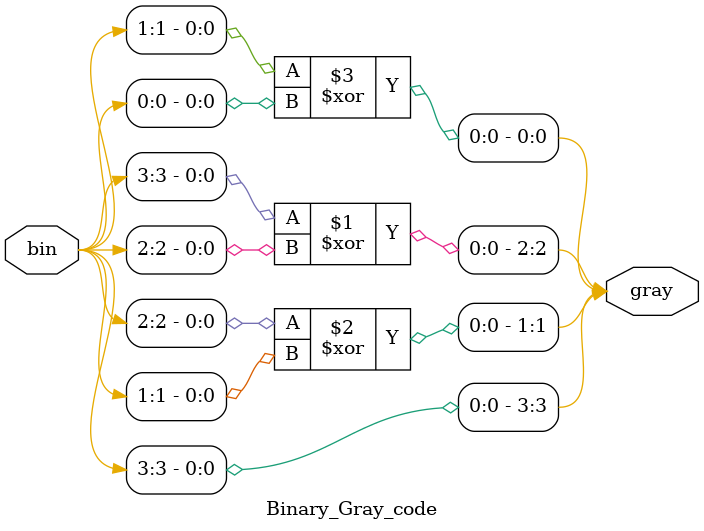
<source format=v>

module Binary_Gray_code(bin,gray);
input[3:0]bin;
output[3:0]gray;

assign gray[3]=bin[3];
assign gray[2]=bin[3]^bin[2];
assign gray[1]=bin[2]^bin[1];
assign gray[0]=bin[1]^bin[0];

endmodule

</source>
